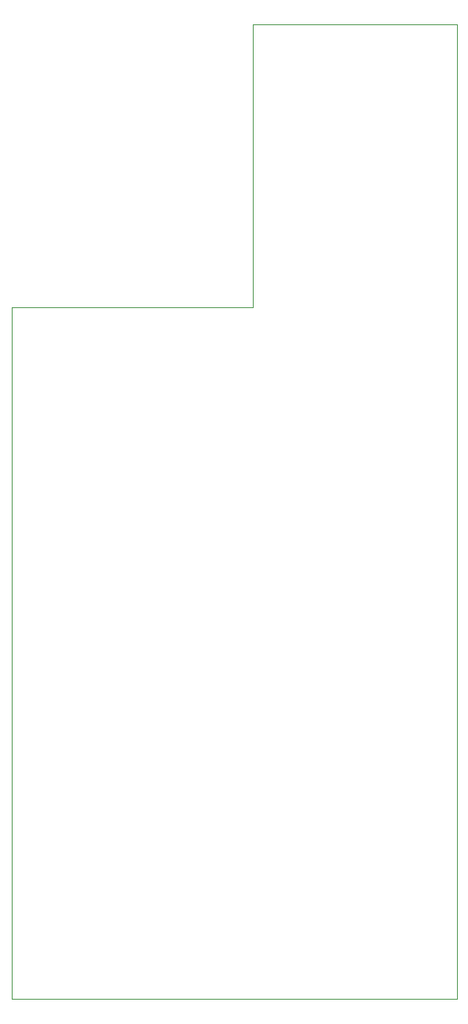
<source format=gm1>
G04 #@! TF.FileFunction,Profile,NP*
%FSLAX46Y46*%
G04 Gerber Fmt 4.6, Leading zero omitted, Abs format (unit mm)*
G04 Created by KiCad (PCBNEW 4.0.2-stable) date 2019-03-27 10:59:48 PM*
%MOMM*%
G01*
G04 APERTURE LIST*
%ADD10C,0.200000*%
%ADD11C,0.100000*%
G04 APERTURE END LIST*
D10*
D11*
X118000000Y-68500000D02*
X118000000Y-38000000D01*
X92000000Y-68500000D02*
X118000000Y-68500000D01*
X92000000Y-142999992D02*
X92000000Y-68500000D01*
X140000000Y-142999992D02*
X92000000Y-142999992D01*
X140000000Y-38000000D02*
X140000000Y-142999992D01*
X118000000Y-38000000D02*
X140000000Y-38000000D01*
M02*

</source>
